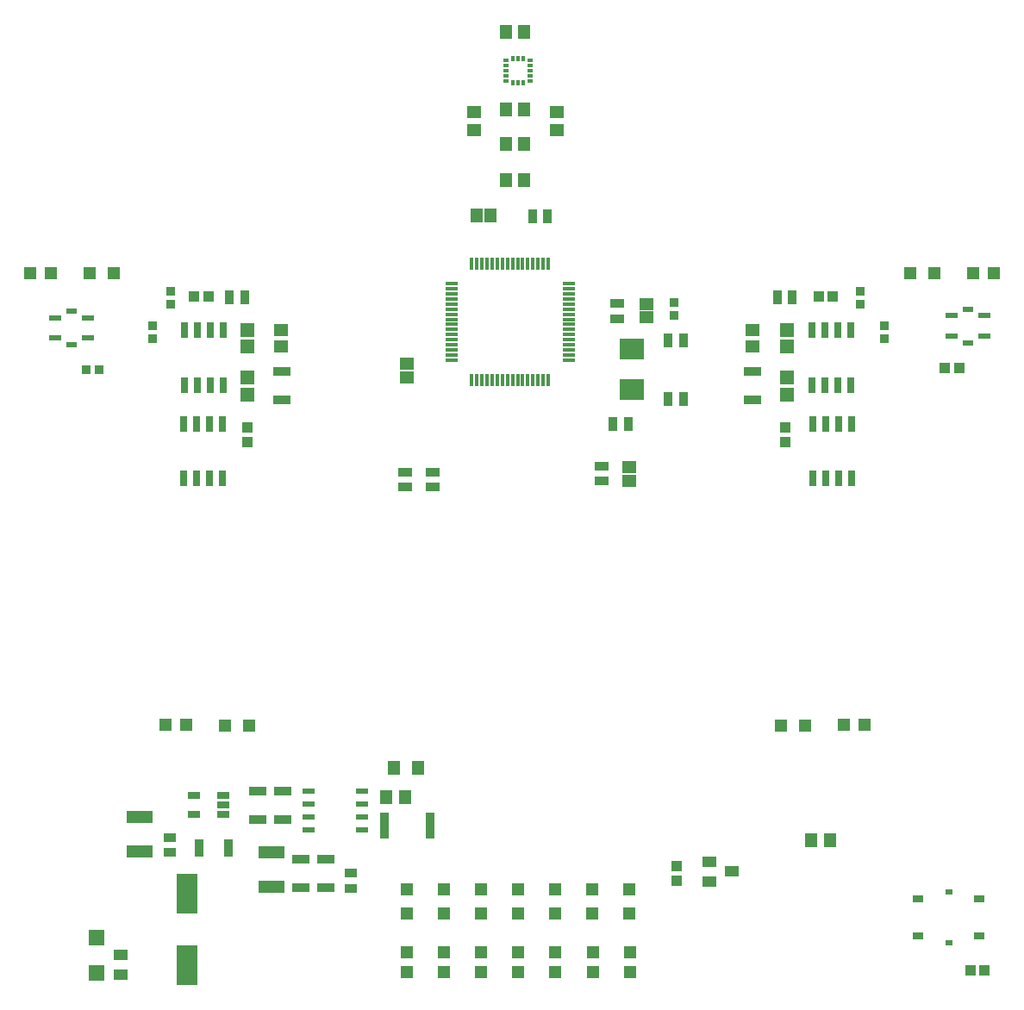
<source format=gtp>
G04*
G04 #@! TF.GenerationSoftware,Altium Limited,Altium Designer,22.1.2 (22)*
G04*
G04 Layer_Color=8421504*
%FSLAX44Y44*%
%MOMM*%
G71*
G04*
G04 #@! TF.SameCoordinates,E4277ABF-2EF0-4229-B20A-5B57AAE43606*
G04*
G04*
G04 #@! TF.FilePolarity,Positive*
G04*
G01*
G75*
%ADD17R,1.2000X0.3000*%
%ADD18R,0.3000X1.2000*%
%ADD19R,1.1500X1.1500*%
%ADD20R,1.2000X1.2000*%
%ADD21R,0.5500X0.3000*%
%ADD22R,0.3000X0.5500*%
%ADD23R,1.1781X1.3562*%
%ADD24R,0.9500X1.3500*%
%ADD25R,1.1000X1.0000*%
%ADD26R,1.4000X1.0000*%
%ADD27R,1.4500X1.1500*%
%ADD28R,1.1500X1.4500*%
%ADD29R,0.9062X0.8549*%
%ADD30R,1.0000X1.1000*%
%ADD31R,1.7000X0.9500*%
%ADD32R,1.4500X1.3000*%
%ADD33R,1.4500X1.3500*%
%ADD34R,0.6500X1.5250*%
%ADD35R,0.6500X1.5000*%
%ADD36R,0.9581X2.6062*%
%ADD37R,1.1500X1.4000*%
%ADD38R,0.9500X1.7000*%
%ADD39R,1.2621X0.9578*%
%ADD40R,2.5000X1.2500*%
G04:AMPARAMS|DCode=41|XSize=0.65mm|YSize=1.2mm|CornerRadius=0.0488mm|HoleSize=0mm|Usage=FLASHONLY|Rotation=270.000|XOffset=0mm|YOffset=0mm|HoleType=Round|Shape=RoundedRectangle|*
%AMROUNDEDRECTD41*
21,1,0.6500,1.1025,0,0,270.0*
21,1,0.5525,1.2000,0,0,270.0*
1,1,0.0975,-0.5513,-0.2763*
1,1,0.0975,-0.5513,0.2763*
1,1,0.0975,0.5513,0.2763*
1,1,0.0975,0.5513,-0.2763*
%
%ADD41ROUNDEDRECTD41*%
G04:AMPARAMS|DCode=42|XSize=0.55mm|YSize=1.25mm|CornerRadius=0.0495mm|HoleSize=0mm|Usage=FLASHONLY|Rotation=270.000|XOffset=0mm|YOffset=0mm|HoleType=Round|Shape=RoundedRectangle|*
%AMROUNDEDRECTD42*
21,1,0.5500,1.1510,0,0,270.0*
21,1,0.4510,1.2500,0,0,270.0*
1,1,0.0990,-0.5755,-0.2255*
1,1,0.0990,-0.5755,0.2255*
1,1,0.0990,0.5755,0.2255*
1,1,0.0990,0.5755,-0.2255*
%
%ADD42ROUNDEDRECTD42*%
%ADD43R,2.0000X4.0000*%
%ADD44R,1.0000X0.7000*%
%ADD45R,0.7000X0.6000*%
%ADD46R,1.3562X1.1781*%
%ADD47R,1.3500X0.9500*%
%ADD48R,1.2500X0.6000*%
%ADD49R,1.0000X0.5000*%
%ADD50R,0.8549X0.9062*%
%ADD51R,2.4000X2.0000*%
%ADD52R,1.2000X1.2000*%
%ADD53R,1.4500X1.0000*%
%ADD54R,1.5000X1.5000*%
%ADD55R,1.1500X1.1500*%
D17*
X52500Y-475500D02*
D03*
Y-470500D02*
D03*
Y-465500D02*
D03*
Y-460500D02*
D03*
Y-455500D02*
D03*
Y-450500D02*
D03*
Y-445500D02*
D03*
Y-440500D02*
D03*
Y-435500D02*
D03*
Y-430500D02*
D03*
Y-425500D02*
D03*
Y-420500D02*
D03*
Y-415500D02*
D03*
Y-410500D02*
D03*
Y-405500D02*
D03*
Y-400500D02*
D03*
X-62500D02*
D03*
Y-405500D02*
D03*
Y-410500D02*
D03*
Y-415500D02*
D03*
Y-420500D02*
D03*
Y-425500D02*
D03*
Y-430500D02*
D03*
Y-435500D02*
D03*
Y-440500D02*
D03*
Y-445500D02*
D03*
Y-450500D02*
D03*
Y-455500D02*
D03*
Y-460500D02*
D03*
Y-465500D02*
D03*
Y-470500D02*
D03*
Y-475500D02*
D03*
D18*
X32500Y-380500D02*
D03*
X27500D02*
D03*
X22500D02*
D03*
X17500D02*
D03*
X12500D02*
D03*
X7500D02*
D03*
X2500D02*
D03*
X-2500D02*
D03*
X-7500D02*
D03*
X-12500D02*
D03*
X-17500D02*
D03*
X-22500D02*
D03*
X-27500D02*
D03*
X-32500D02*
D03*
X-37500D02*
D03*
X-42500D02*
D03*
Y-495500D02*
D03*
X-37500D02*
D03*
X-32500D02*
D03*
X-27500D02*
D03*
X-22500D02*
D03*
X-17500D02*
D03*
X-12500D02*
D03*
X-7500D02*
D03*
X-2500D02*
D03*
X2500D02*
D03*
X7500D02*
D03*
X12500D02*
D03*
X17500D02*
D03*
X22500D02*
D03*
X27500D02*
D03*
X32500D02*
D03*
D19*
X261478Y-834250D02*
D03*
X284978D02*
D03*
X-284977Y-834250D02*
D03*
X-261477D02*
D03*
X411978Y-390250D02*
D03*
X388478D02*
D03*
X-417977D02*
D03*
X-394477D02*
D03*
D20*
X343000Y-834000D02*
D03*
X323000D02*
D03*
X450000Y-390000D02*
D03*
X470000D02*
D03*
X-323000Y-834000D02*
D03*
X-343000D02*
D03*
X-456000Y-390000D02*
D03*
X-476000D02*
D03*
D21*
X-9000Y-181000D02*
D03*
Y-186000D02*
D03*
Y-191000D02*
D03*
Y-196000D02*
D03*
Y-201000D02*
D03*
X15000D02*
D03*
Y-196000D02*
D03*
Y-191000D02*
D03*
Y-186000D02*
D03*
Y-181000D02*
D03*
D22*
X-2000Y-203000D02*
D03*
X3000D02*
D03*
X8000D02*
D03*
Y-179000D02*
D03*
X3000D02*
D03*
X-2000D02*
D03*
D23*
X-24359Y-333500D02*
D03*
X-37641D02*
D03*
D24*
X32000Y-334000D02*
D03*
X17000D02*
D03*
X257500Y-414000D02*
D03*
X272500D02*
D03*
X-265500D02*
D03*
X-280500D02*
D03*
X111000Y-538295D02*
D03*
X96000D02*
D03*
X165273Y-513522D02*
D03*
X150272D02*
D03*
X165273Y-456022D02*
D03*
X150272D02*
D03*
D25*
X159000Y-987000D02*
D03*
Y-973000D02*
D03*
X265000Y-556000D02*
D03*
Y-542000D02*
D03*
X-263000Y-556000D02*
D03*
Y-542000D02*
D03*
D26*
X191000Y-968500D02*
D03*
Y-987500D02*
D03*
X213000Y-978000D02*
D03*
D27*
X-40545Y-231772D02*
D03*
Y-249772D02*
D03*
X41000Y-231772D02*
D03*
Y-249772D02*
D03*
D28*
X9228Y-152728D02*
D03*
X-8773D02*
D03*
X9228Y-298273D02*
D03*
X-8773D02*
D03*
X9228Y-263545D02*
D03*
X-8773D02*
D03*
X9228Y-229273D02*
D03*
X-8773D02*
D03*
X-108290Y-905022D02*
D03*
X-126291D02*
D03*
X291000Y-947000D02*
D03*
X309000D02*
D03*
D29*
X363000Y-441775D02*
D03*
Y-454288D02*
D03*
X339000Y-407744D02*
D03*
Y-420257D02*
D03*
X-356000Y-441775D02*
D03*
Y-454288D02*
D03*
X-338000Y-420257D02*
D03*
Y-407744D02*
D03*
X156000Y-418774D02*
D03*
Y-431287D02*
D03*
D30*
X312000Y-413000D02*
D03*
X298000D02*
D03*
X-301250D02*
D03*
X-315250D02*
D03*
X447000Y-1075000D02*
D03*
X461000D02*
D03*
X422250Y-483522D02*
D03*
X436250D02*
D03*
D31*
X233000Y-487000D02*
D03*
Y-515000D02*
D03*
X-229250Y-487000D02*
D03*
Y-515000D02*
D03*
X-252978Y-926750D02*
D03*
Y-898750D02*
D03*
X-228000Y-926750D02*
D03*
Y-898750D02*
D03*
X-210250Y-994061D02*
D03*
Y-966061D02*
D03*
X-186000Y-994061D02*
D03*
Y-966061D02*
D03*
D32*
X233000Y-446000D02*
D03*
Y-462000D02*
D03*
X-230000Y-446000D02*
D03*
Y-462000D02*
D03*
D33*
X267000Y-445750D02*
D03*
Y-462250D02*
D03*
Y-492750D02*
D03*
Y-509250D02*
D03*
X-263000Y-445750D02*
D03*
Y-462250D02*
D03*
Y-492750D02*
D03*
Y-509250D02*
D03*
D34*
X-286950Y-500120D02*
D03*
X-299650D02*
D03*
X-312350D02*
D03*
X-325050D02*
D03*
Y-445880D02*
D03*
X-312350D02*
D03*
X-299650D02*
D03*
X-286950D02*
D03*
X330050Y-500120D02*
D03*
X317350D02*
D03*
X304650D02*
D03*
X291950D02*
D03*
Y-445880D02*
D03*
X304650D02*
D03*
X317350D02*
D03*
X330050D02*
D03*
D35*
X-287200Y-538000D02*
D03*
X-299900D02*
D03*
X-312600D02*
D03*
X-325300D02*
D03*
Y-592000D02*
D03*
X-312600D02*
D03*
X-299900D02*
D03*
X-287200D02*
D03*
X330300Y-538000D02*
D03*
X317600D02*
D03*
X304900D02*
D03*
X292200D02*
D03*
Y-592000D02*
D03*
X304900D02*
D03*
X317600D02*
D03*
X330300D02*
D03*
D36*
X-83730Y-933000D02*
D03*
X-128270D02*
D03*
D37*
X-119000Y-876000D02*
D03*
X-95500D02*
D03*
D38*
X-282000Y-955250D02*
D03*
X-310000D02*
D03*
D39*
X-339000Y-959461D02*
D03*
Y-944918D02*
D03*
X-161000Y-994272D02*
D03*
Y-979728D02*
D03*
D40*
X-369000Y-924000D02*
D03*
Y-958000D02*
D03*
X-239000Y-958811D02*
D03*
Y-992811D02*
D03*
D41*
X-315750Y-922000D02*
D03*
Y-903000D02*
D03*
X-286250D02*
D03*
Y-912500D02*
D03*
Y-922000D02*
D03*
D42*
X-203250Y-898950D02*
D03*
Y-911650D02*
D03*
Y-924350D02*
D03*
Y-937050D02*
D03*
X-150750Y-898950D02*
D03*
Y-911650D02*
D03*
Y-924350D02*
D03*
Y-937050D02*
D03*
D43*
X-322000Y-1070400D02*
D03*
Y-999400D02*
D03*
D44*
X396000Y-1004500D02*
D03*
X456000D02*
D03*
X396000Y-1041500D02*
D03*
X456000D02*
D03*
D45*
X426000Y-998000D02*
D03*
Y-1048000D02*
D03*
D46*
X129375Y-433671D02*
D03*
Y-420390D02*
D03*
X112000Y-594110D02*
D03*
Y-580829D02*
D03*
X-106000Y-492281D02*
D03*
Y-479000D02*
D03*
D47*
X100000Y-435000D02*
D03*
Y-420000D02*
D03*
X-108000Y-600500D02*
D03*
Y-585500D02*
D03*
X-81167Y-600500D02*
D03*
Y-585500D02*
D03*
X84667Y-594500D02*
D03*
Y-579500D02*
D03*
D48*
X-451719Y-434000D02*
D03*
X-419219D02*
D03*
X-451719Y-454000D02*
D03*
X-419219D02*
D03*
X428750Y-432000D02*
D03*
X461250D02*
D03*
X428750Y-452000D02*
D03*
X461250D02*
D03*
D49*
X-435469Y-427500D02*
D03*
Y-460500D02*
D03*
X445000Y-425500D02*
D03*
Y-458500D02*
D03*
D50*
X-421256Y-484773D02*
D03*
X-408744D02*
D03*
D51*
X115000Y-504773D02*
D03*
Y-464772D02*
D03*
D52*
X112622Y-1057000D02*
D03*
Y-1077000D02*
D03*
X76169Y-1057000D02*
D03*
Y-1077000D02*
D03*
X39716Y-1057000D02*
D03*
Y-1077000D02*
D03*
X3264Y-1057000D02*
D03*
Y-1077000D02*
D03*
X-33189Y-1057000D02*
D03*
Y-1077000D02*
D03*
X-69642Y-1057000D02*
D03*
Y-1077000D02*
D03*
X-106094Y-1057000D02*
D03*
Y-1077000D02*
D03*
D53*
X-387000Y-1079250D02*
D03*
Y-1060250D02*
D03*
D54*
X-411000Y-1077500D02*
D03*
Y-1042500D02*
D03*
D55*
X112200Y-1018977D02*
D03*
Y-995477D02*
D03*
X75800Y-1018977D02*
D03*
Y-995477D02*
D03*
X39400Y-1018977D02*
D03*
Y-995477D02*
D03*
X3000Y-1018977D02*
D03*
Y-995477D02*
D03*
X-33400Y-1018977D02*
D03*
Y-995477D02*
D03*
X-69800Y-1018977D02*
D03*
Y-995477D02*
D03*
X-106200Y-1018977D02*
D03*
Y-995477D02*
D03*
M02*

</source>
